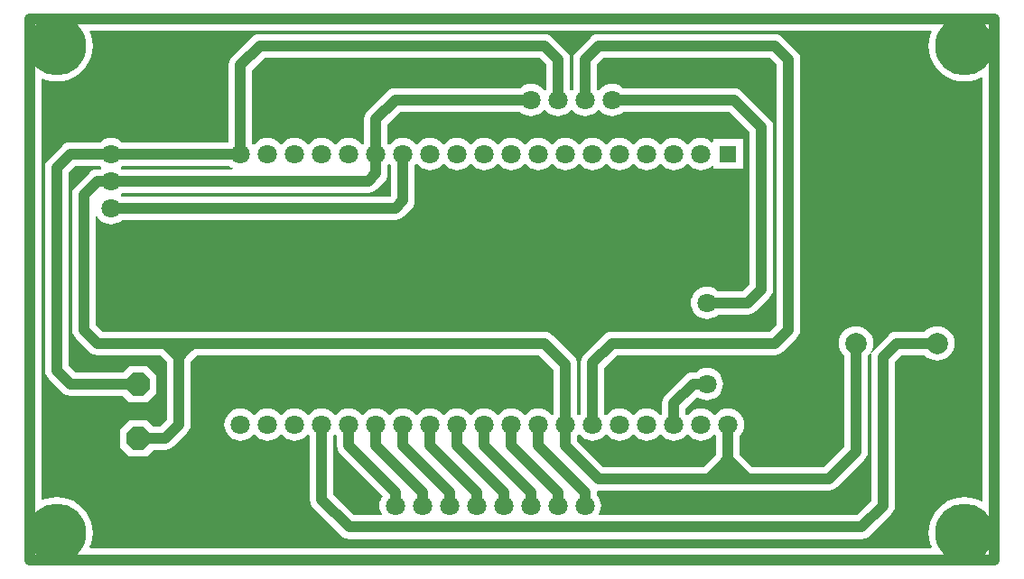
<source format=gbl>
G04 Layer_Physical_Order=2*
G04 Layer_Color=16711680*
%FSLAX42Y42*%
%MOMM*%
G71*
G01*
G75*
%ADD11C,1.80*%
%ADD12P,2.38X8X292.5*%
%ADD13C,5.50*%
%ADD14C,2.00*%
%ADD15C,1.00*%
%ADD16R,1.56X1.56*%
G36*
X13408Y9911D02*
X13396Y9883D01*
X13384Y9832D01*
X13380Y9779D01*
X13384Y9726D01*
X13396Y9675D01*
X13417Y9626D01*
X13444Y9581D01*
X13478Y9541D01*
X13518Y9507D01*
X13563Y9480D01*
X13612Y9459D01*
X13663Y9447D01*
X13716Y9443D01*
X13769Y9447D01*
X13820Y9459D01*
X13869Y9480D01*
X13878Y9485D01*
X13889Y9479D01*
Y5507D01*
X13878Y5501D01*
X13869Y5506D01*
X13820Y5527D01*
X13769Y5539D01*
X13716Y5543D01*
X13663Y5539D01*
X13612Y5527D01*
X13563Y5506D01*
X13518Y5479D01*
X13478Y5445D01*
X13444Y5405D01*
X13417Y5360D01*
X13396Y5311D01*
X13384Y5260D01*
X13380Y5207D01*
X13384Y5154D01*
X13396Y5103D01*
X13408Y5075D01*
X13401Y5064D01*
X5522D01*
X5515Y5075D01*
X5527Y5103D01*
X5539Y5154D01*
X5543Y5207D01*
X5539Y5260D01*
X5527Y5311D01*
X5506Y5360D01*
X5479Y5405D01*
X5445Y5445D01*
X5405Y5479D01*
X5360Y5506D01*
X5311Y5527D01*
X5260Y5539D01*
X5207Y5543D01*
X5154Y5539D01*
X5103Y5527D01*
X5075Y5515D01*
X5064Y5522D01*
Y9464D01*
X5075Y9471D01*
X5103Y9459D01*
X5154Y9447D01*
X5207Y9443D01*
X5260Y9447D01*
X5311Y9459D01*
X5360Y9480D01*
X5405Y9507D01*
X5445Y9541D01*
X5479Y9581D01*
X5506Y9626D01*
X5527Y9675D01*
X5539Y9726D01*
X5543Y9779D01*
X5539Y9832D01*
X5527Y9883D01*
X5515Y9911D01*
X5522Y9922D01*
X13401D01*
X13408Y9911D01*
D02*
G37*
%LPC*%
G36*
X11938Y9890D02*
X10287D01*
X10258Y9886D01*
X10232Y9875D01*
X10209Y9857D01*
X10082Y9730D01*
X10064Y9707D01*
X10053Y9681D01*
X10049Y9652D01*
Y9372D01*
X10041Y9363D01*
X10025D01*
X10017Y9372D01*
Y9652D01*
X10013Y9681D01*
X10002Y9707D01*
X9984Y9730D01*
X9857Y9857D01*
X9834Y9875D01*
X9808Y9886D01*
X9779Y9890D01*
X7112D01*
X7083Y9886D01*
X7057Y9875D01*
X7034Y9857D01*
X6851Y9674D01*
X6833Y9651D01*
X6822Y9625D01*
X6818Y9596D01*
Y8874D01*
X5816D01*
X5799Y8888D01*
X5773Y8902D01*
X5744Y8911D01*
X5715Y8914D01*
X5686Y8911D01*
X5657Y8902D01*
X5631Y8888D01*
X5614Y8874D01*
X5334D01*
X5305Y8870D01*
X5279Y8859D01*
X5256Y8841D01*
X5129Y8714D01*
X5111Y8691D01*
X5100Y8665D01*
X5096Y8636D01*
Y6731D01*
X5100Y6702D01*
X5111Y6676D01*
X5129Y6653D01*
X5256Y6526D01*
X5279Y6508D01*
X5305Y6497D01*
X5334Y6493D01*
X5825D01*
X5884Y6434D01*
X6054D01*
X6139Y6519D01*
Y6689D01*
X6054Y6774D01*
X5884D01*
X5825Y6715D01*
X5380D01*
X5318Y6777D01*
Y8590D01*
X5380Y8652D01*
X5614D01*
X5623Y8644D01*
Y8628D01*
X5614Y8620D01*
X5588D01*
X5559Y8616D01*
X5533Y8605D01*
X5510Y8587D01*
X5383Y8460D01*
X5365Y8437D01*
X5354Y8411D01*
X5350Y8382D01*
Y7112D01*
X5354Y7083D01*
X5365Y7057D01*
X5383Y7034D01*
X5510Y6907D01*
X5533Y6889D01*
X5559Y6878D01*
X5588Y6874D01*
X6177D01*
X6239Y6812D01*
Y6269D01*
X6177Y6207D01*
X6113D01*
X6054Y6266D01*
X5884D01*
X5799Y6181D01*
Y6011D01*
X5884Y5926D01*
X6054D01*
X6113Y5985D01*
X6223D01*
X6252Y5989D01*
X6278Y6000D01*
X6301Y6018D01*
X6428Y6145D01*
X6446Y6168D01*
X6457Y6194D01*
X6461Y6223D01*
Y6812D01*
X6523Y6874D01*
X9733D01*
X9866Y6741D01*
Y6324D01*
X9858Y6315D01*
X9842D01*
X9830Y6330D01*
X9807Y6348D01*
X9781Y6362D01*
X9752Y6371D01*
X9723Y6374D01*
X9694Y6371D01*
X9665Y6362D01*
X9639Y6348D01*
X9616Y6330D01*
X9604Y6315D01*
X9588D01*
X9576Y6330D01*
X9553Y6348D01*
X9527Y6362D01*
X9498Y6371D01*
X9469Y6374D01*
X9440Y6371D01*
X9411Y6362D01*
X9385Y6348D01*
X9362Y6330D01*
X9350Y6315D01*
X9334D01*
X9322Y6330D01*
X9299Y6348D01*
X9273Y6362D01*
X9244Y6371D01*
X9215Y6374D01*
X9186Y6371D01*
X9157Y6362D01*
X9131Y6348D01*
X9108Y6330D01*
X9096Y6315D01*
X9080D01*
X9068Y6330D01*
X9045Y6348D01*
X9019Y6362D01*
X8990Y6371D01*
X8961Y6374D01*
X8932Y6371D01*
X8903Y6362D01*
X8877Y6348D01*
X8854Y6330D01*
X8842Y6315D01*
X8826D01*
X8814Y6330D01*
X8791Y6348D01*
X8765Y6362D01*
X8736Y6371D01*
X8707Y6374D01*
X8678Y6371D01*
X8649Y6362D01*
X8623Y6348D01*
X8600Y6330D01*
X8588Y6315D01*
X8572D01*
X8560Y6330D01*
X8537Y6348D01*
X8511Y6362D01*
X8482Y6371D01*
X8453Y6374D01*
X8424Y6371D01*
X8395Y6362D01*
X8369Y6348D01*
X8346Y6330D01*
X8334Y6315D01*
X8318D01*
X8306Y6330D01*
X8283Y6348D01*
X8257Y6362D01*
X8228Y6371D01*
X8199Y6374D01*
X8170Y6371D01*
X8141Y6362D01*
X8115Y6348D01*
X8092Y6330D01*
X8080Y6315D01*
X8064D01*
X8052Y6330D01*
X8029Y6348D01*
X8003Y6362D01*
X7974Y6371D01*
X7945Y6374D01*
X7916Y6371D01*
X7887Y6362D01*
X7861Y6348D01*
X7838Y6330D01*
X7826Y6315D01*
X7810D01*
X7798Y6330D01*
X7775Y6348D01*
X7749Y6362D01*
X7720Y6371D01*
X7691Y6374D01*
X7662Y6371D01*
X7633Y6362D01*
X7607Y6348D01*
X7584Y6330D01*
X7572Y6315D01*
X7556D01*
X7544Y6330D01*
X7521Y6348D01*
X7495Y6362D01*
X7466Y6371D01*
X7437Y6374D01*
X7408Y6371D01*
X7379Y6362D01*
X7353Y6348D01*
X7330Y6330D01*
X7318Y6315D01*
X7302D01*
X7290Y6330D01*
X7267Y6348D01*
X7241Y6362D01*
X7212Y6371D01*
X7183Y6374D01*
X7154Y6371D01*
X7125Y6362D01*
X7099Y6348D01*
X7076Y6330D01*
X7064Y6315D01*
X7048D01*
X7036Y6330D01*
X7013Y6348D01*
X6987Y6362D01*
X6958Y6371D01*
X6929Y6374D01*
X6900Y6371D01*
X6871Y6362D01*
X6845Y6348D01*
X6822Y6330D01*
X6804Y6307D01*
X6790Y6281D01*
X6781Y6252D01*
X6778Y6223D01*
X6781Y6194D01*
X6790Y6165D01*
X6804Y6139D01*
X6822Y6116D01*
X6845Y6098D01*
X6871Y6084D01*
X6900Y6075D01*
X6929Y6072D01*
X6958Y6075D01*
X6987Y6084D01*
X7013Y6098D01*
X7036Y6116D01*
X7048Y6131D01*
X7064D01*
X7076Y6116D01*
X7099Y6098D01*
X7125Y6084D01*
X7154Y6075D01*
X7183Y6072D01*
X7212Y6075D01*
X7241Y6084D01*
X7267Y6098D01*
X7290Y6116D01*
X7302Y6131D01*
X7318D01*
X7330Y6116D01*
X7353Y6098D01*
X7379Y6084D01*
X7408Y6075D01*
X7437Y6072D01*
X7466Y6075D01*
X7495Y6084D01*
X7521Y6098D01*
X7544Y6116D01*
X7556Y6131D01*
X7572D01*
X7580Y6122D01*
Y5517D01*
X7584Y5488D01*
X7595Y5462D01*
X7613Y5439D01*
X7869Y5183D01*
X7892Y5165D01*
X7918Y5154D01*
X7947Y5150D01*
X12754D01*
X12783Y5154D01*
X12809Y5165D01*
X12832Y5183D01*
X13032Y5383D01*
X13050Y5406D01*
X13061Y5432D01*
X13065Y5461D01*
Y6812D01*
X13127Y6874D01*
X13346D01*
X13348Y6871D01*
X13373Y6851D01*
X13400Y6836D01*
X13431Y6827D01*
X13462Y6824D01*
X13493Y6827D01*
X13524Y6836D01*
X13551Y6851D01*
X13576Y6871D01*
X13596Y6896D01*
X13611Y6923D01*
X13620Y6954D01*
X13623Y6985D01*
X13620Y7016D01*
X13611Y7047D01*
X13596Y7074D01*
X13576Y7099D01*
X13551Y7119D01*
X13524Y7134D01*
X13493Y7143D01*
X13462Y7146D01*
X13431Y7143D01*
X13400Y7134D01*
X13373Y7119D01*
X13348Y7099D01*
X13346Y7096D01*
X13081D01*
X13052Y7092D01*
X13026Y7081D01*
X13003Y7063D01*
X12876Y6936D01*
X12858Y6913D01*
X12847Y6887D01*
X12843Y6858D01*
Y5507D01*
X12708Y5372D01*
X10297D01*
X10289Y5385D01*
X10299Y5403D01*
X10308Y5432D01*
X10311Y5461D01*
X10308Y5490D01*
X10299Y5519D01*
X10285Y5545D01*
X10271Y5562D01*
Y5588D01*
X10270Y5596D01*
X10279Y5605D01*
X10287Y5604D01*
X12446D01*
X12475Y5608D01*
X12501Y5619D01*
X12524Y5637D01*
X12778Y5891D01*
X12796Y5914D01*
X12807Y5940D01*
X12811Y5969D01*
Y6869D01*
X12814Y6871D01*
X12834Y6896D01*
X12849Y6923D01*
X12858Y6954D01*
X12861Y6985D01*
X12858Y7016D01*
X12849Y7047D01*
X12834Y7074D01*
X12814Y7099D01*
X12789Y7119D01*
X12762Y7134D01*
X12731Y7143D01*
X12700Y7146D01*
X12669Y7143D01*
X12638Y7134D01*
X12611Y7119D01*
X12586Y7099D01*
X12566Y7074D01*
X12551Y7047D01*
X12542Y7016D01*
X12539Y6985D01*
X12542Y6954D01*
X12551Y6923D01*
X12566Y6896D01*
X12586Y6871D01*
X12589Y6869D01*
Y6015D01*
X12400Y5826D01*
X11730D01*
X11635Y5920D01*
X11612Y5944D01*
Y6122D01*
X11626Y6139D01*
X11640Y6165D01*
X11649Y6194D01*
X11652Y6223D01*
X11649Y6252D01*
X11640Y6281D01*
X11626Y6307D01*
X11608Y6330D01*
X11585Y6348D01*
X11559Y6362D01*
X11530Y6371D01*
X11501Y6374D01*
X11472Y6371D01*
X11443Y6362D01*
X11417Y6348D01*
X11394Y6330D01*
X11382Y6315D01*
X11366D01*
X11354Y6330D01*
X11331Y6348D01*
X11305Y6362D01*
X11276Y6371D01*
X11247Y6374D01*
X11218Y6371D01*
X11189Y6362D01*
X11163Y6348D01*
X11140Y6330D01*
X11128Y6315D01*
X11112D01*
X11104Y6324D01*
Y6375D01*
X11213Y6484D01*
X11219Y6479D01*
X11245Y6465D01*
X11274Y6456D01*
X11303Y6453D01*
X11332Y6456D01*
X11361Y6465D01*
X11387Y6479D01*
X11410Y6497D01*
X11428Y6520D01*
X11442Y6546D01*
X11451Y6575D01*
X11454Y6604D01*
X11451Y6633D01*
X11442Y6662D01*
X11428Y6688D01*
X11410Y6711D01*
X11387Y6729D01*
X11361Y6743D01*
X11332Y6752D01*
X11303Y6755D01*
X11274Y6752D01*
X11245Y6743D01*
X11219Y6729D01*
X11202Y6715D01*
X11176D01*
X11147Y6711D01*
X11121Y6700D01*
X11098Y6682D01*
X10915Y6499D01*
X10897Y6476D01*
X10886Y6450D01*
X10882Y6421D01*
Y6324D01*
X10874Y6315D01*
X10858D01*
X10846Y6330D01*
X10823Y6348D01*
X10797Y6362D01*
X10768Y6371D01*
X10739Y6374D01*
X10710Y6371D01*
X10681Y6362D01*
X10655Y6348D01*
X10632Y6330D01*
X10620Y6315D01*
X10604D01*
X10592Y6330D01*
X10569Y6348D01*
X10543Y6362D01*
X10514Y6371D01*
X10485Y6374D01*
X10456Y6371D01*
X10427Y6362D01*
X10401Y6348D01*
X10378Y6330D01*
X10366Y6315D01*
X10350D01*
X10342Y6324D01*
Y6756D01*
X10460Y6874D01*
X11938D01*
X11967Y6878D01*
X11993Y6889D01*
X12016Y6907D01*
X12143Y7034D01*
X12161Y7057D01*
X12172Y7083D01*
X12176Y7112D01*
Y9652D01*
X12172Y9681D01*
X12161Y9707D01*
X12143Y9730D01*
X12016Y9857D01*
X11993Y9875D01*
X11967Y9886D01*
X11938Y9890D01*
D02*
G37*
%LPD*%
G36*
X9795Y9606D02*
Y9372D01*
X9787Y9363D01*
X9771D01*
X9759Y9378D01*
X9736Y9396D01*
X9710Y9410D01*
X9681Y9419D01*
X9652Y9422D01*
X9623Y9419D01*
X9594Y9410D01*
X9568Y9396D01*
X9551Y9382D01*
X8382D01*
X8353Y9378D01*
X8327Y9367D01*
X8304Y9349D01*
X8121Y9166D01*
X8103Y9143D01*
X8092Y9117D01*
X8088Y9088D01*
Y8864D01*
X8080Y8855D01*
X8064D01*
X8052Y8870D01*
X8029Y8888D01*
X8003Y8902D01*
X7974Y8911D01*
X7945Y8914D01*
X7916Y8911D01*
X7887Y8902D01*
X7861Y8888D01*
X7838Y8870D01*
X7826Y8855D01*
X7810D01*
X7798Y8870D01*
X7775Y8888D01*
X7749Y8902D01*
X7720Y8911D01*
X7691Y8914D01*
X7662Y8911D01*
X7633Y8902D01*
X7607Y8888D01*
X7584Y8870D01*
X7572Y8855D01*
X7556D01*
X7544Y8870D01*
X7521Y8888D01*
X7495Y8902D01*
X7466Y8911D01*
X7437Y8914D01*
X7408Y8911D01*
X7379Y8902D01*
X7353Y8888D01*
X7330Y8870D01*
X7318Y8855D01*
X7302D01*
X7290Y8870D01*
X7267Y8888D01*
X7241Y8902D01*
X7212Y8911D01*
X7183Y8914D01*
X7154Y8911D01*
X7125Y8902D01*
X7099Y8888D01*
X7076Y8870D01*
X7064Y8855D01*
X7048D01*
X7040Y8864D01*
Y9550D01*
X7158Y9668D01*
X9733D01*
X9795Y9606D01*
D02*
G37*
G36*
X6845Y8638D02*
X6855Y8633D01*
X6851Y8620D01*
X5816D01*
X5807Y8628D01*
Y8644D01*
X5816Y8652D01*
X6828D01*
X6845Y8638D01*
D02*
G37*
G36*
X8342Y8662D02*
Y8372D01*
X8336Y8366D01*
X5816D01*
X5807Y8374D01*
Y8390D01*
X5816Y8398D01*
X8128D01*
X8157Y8402D01*
X8183Y8413D01*
X8206Y8431D01*
X8277Y8502D01*
X8295Y8525D01*
X8306Y8551D01*
X8310Y8580D01*
Y8662D01*
X8318Y8671D01*
X8334D01*
X8342Y8662D01*
D02*
G37*
G36*
X11954Y9606D02*
Y7158D01*
X11892Y7096D01*
X10414D01*
X10385Y7092D01*
X10359Y7081D01*
X10336Y7063D01*
X10153Y6880D01*
X10135Y6857D01*
X10124Y6831D01*
X10120Y6802D01*
Y6324D01*
X10112Y6315D01*
X10096D01*
X10088Y6324D01*
Y6787D01*
X10084Y6816D01*
X10073Y6842D01*
X10055Y6865D01*
X9857Y7063D01*
X9834Y7081D01*
X9808Y7092D01*
X9779Y7096D01*
X5634D01*
X5572Y7158D01*
Y8177D01*
X5585Y8181D01*
X5590Y8171D01*
X5608Y8148D01*
X5631Y8130D01*
X5657Y8116D01*
X5686Y8107D01*
X5715Y8104D01*
X5744Y8107D01*
X5773Y8116D01*
X5799Y8130D01*
X5816Y8144D01*
X8382D01*
X8411Y8148D01*
X8437Y8159D01*
X8460Y8177D01*
X8531Y8248D01*
X8549Y8271D01*
X8560Y8297D01*
X8564Y8326D01*
Y8662D01*
X8572Y8671D01*
X8588D01*
X8600Y8656D01*
X8623Y8638D01*
X8649Y8624D01*
X8678Y8615D01*
X8707Y8612D01*
X8736Y8615D01*
X8765Y8624D01*
X8791Y8638D01*
X8814Y8656D01*
X8826Y8671D01*
X8842D01*
X8854Y8656D01*
X8877Y8638D01*
X8903Y8624D01*
X8932Y8615D01*
X8961Y8612D01*
X8990Y8615D01*
X9019Y8624D01*
X9045Y8638D01*
X9068Y8656D01*
X9080Y8671D01*
X9096D01*
X9108Y8656D01*
X9131Y8638D01*
X9157Y8624D01*
X9186Y8615D01*
X9215Y8612D01*
X9244Y8615D01*
X9273Y8624D01*
X9299Y8638D01*
X9322Y8656D01*
X9334Y8671D01*
X9350D01*
X9362Y8656D01*
X9385Y8638D01*
X9411Y8624D01*
X9440Y8615D01*
X9469Y8612D01*
X9498Y8615D01*
X9527Y8624D01*
X9553Y8638D01*
X9576Y8656D01*
X9588Y8671D01*
X9604D01*
X9616Y8656D01*
X9639Y8638D01*
X9665Y8624D01*
X9694Y8615D01*
X9723Y8612D01*
X9752Y8615D01*
X9781Y8624D01*
X9807Y8638D01*
X9830Y8656D01*
X9842Y8671D01*
X9858D01*
X9870Y8656D01*
X9893Y8638D01*
X9919Y8624D01*
X9948Y8615D01*
X9977Y8612D01*
X10006Y8615D01*
X10035Y8624D01*
X10061Y8638D01*
X10084Y8656D01*
X10096Y8671D01*
X10112D01*
X10124Y8656D01*
X10147Y8638D01*
X10173Y8624D01*
X10202Y8615D01*
X10231Y8612D01*
X10260Y8615D01*
X10289Y8624D01*
X10315Y8638D01*
X10338Y8656D01*
X10350Y8671D01*
X10366D01*
X10378Y8656D01*
X10401Y8638D01*
X10427Y8624D01*
X10456Y8615D01*
X10485Y8612D01*
X10514Y8615D01*
X10543Y8624D01*
X10569Y8638D01*
X10592Y8656D01*
X10604Y8671D01*
X10620D01*
X10632Y8656D01*
X10655Y8638D01*
X10681Y8624D01*
X10710Y8615D01*
X10739Y8612D01*
X10768Y8615D01*
X10797Y8624D01*
X10823Y8638D01*
X10846Y8656D01*
X10858Y8671D01*
X10874D01*
X10886Y8656D01*
X10909Y8638D01*
X10935Y8624D01*
X10964Y8615D01*
X10993Y8612D01*
X11022Y8615D01*
X11051Y8624D01*
X11077Y8638D01*
X11100Y8656D01*
X11112Y8671D01*
X11128D01*
X11140Y8656D01*
X11163Y8638D01*
X11189Y8624D01*
X11218Y8615D01*
X11247Y8612D01*
X11276Y8615D01*
X11305Y8624D01*
X11331Y8638D01*
X11350Y8654D01*
X11363Y8649D01*
Y8625D01*
X11639D01*
Y8901D01*
X11363D01*
Y8877D01*
X11350Y8872D01*
X11331Y8888D01*
X11305Y8902D01*
X11276Y8911D01*
X11247Y8914D01*
X11218Y8911D01*
X11189Y8902D01*
X11163Y8888D01*
X11140Y8870D01*
X11128Y8855D01*
X11112D01*
X11100Y8870D01*
X11077Y8888D01*
X11051Y8902D01*
X11022Y8911D01*
X10993Y8914D01*
X10964Y8911D01*
X10935Y8902D01*
X10909Y8888D01*
X10886Y8870D01*
X10874Y8855D01*
X10858D01*
X10846Y8870D01*
X10823Y8888D01*
X10797Y8902D01*
X10768Y8911D01*
X10739Y8914D01*
X10710Y8911D01*
X10681Y8902D01*
X10655Y8888D01*
X10632Y8870D01*
X10620Y8855D01*
X10604D01*
X10592Y8870D01*
X10569Y8888D01*
X10543Y8902D01*
X10514Y8911D01*
X10485Y8914D01*
X10456Y8911D01*
X10427Y8902D01*
X10401Y8888D01*
X10378Y8870D01*
X10366Y8855D01*
X10350D01*
X10338Y8870D01*
X10315Y8888D01*
X10289Y8902D01*
X10260Y8911D01*
X10231Y8914D01*
X10202Y8911D01*
X10173Y8902D01*
X10147Y8888D01*
X10124Y8870D01*
X10112Y8855D01*
X10096D01*
X10084Y8870D01*
X10061Y8888D01*
X10035Y8902D01*
X10006Y8911D01*
X9977Y8914D01*
X9948Y8911D01*
X9919Y8902D01*
X9893Y8888D01*
X9870Y8870D01*
X9858Y8855D01*
X9842D01*
X9830Y8870D01*
X9807Y8888D01*
X9781Y8902D01*
X9752Y8911D01*
X9723Y8914D01*
X9694Y8911D01*
X9665Y8902D01*
X9639Y8888D01*
X9616Y8870D01*
X9604Y8855D01*
X9588D01*
X9576Y8870D01*
X9553Y8888D01*
X9527Y8902D01*
X9498Y8911D01*
X9469Y8914D01*
X9440Y8911D01*
X9411Y8902D01*
X9385Y8888D01*
X9362Y8870D01*
X9350Y8855D01*
X9334D01*
X9322Y8870D01*
X9299Y8888D01*
X9273Y8902D01*
X9244Y8911D01*
X9215Y8914D01*
X9186Y8911D01*
X9157Y8902D01*
X9131Y8888D01*
X9108Y8870D01*
X9096Y8855D01*
X9080D01*
X9068Y8870D01*
X9045Y8888D01*
X9019Y8902D01*
X8990Y8911D01*
X8961Y8914D01*
X8932Y8911D01*
X8903Y8902D01*
X8877Y8888D01*
X8854Y8870D01*
X8842Y8855D01*
X8826D01*
X8814Y8870D01*
X8791Y8888D01*
X8765Y8902D01*
X8736Y8911D01*
X8707Y8914D01*
X8678Y8911D01*
X8649Y8902D01*
X8623Y8888D01*
X8600Y8870D01*
X8588Y8855D01*
X8572D01*
X8560Y8870D01*
X8537Y8888D01*
X8511Y8902D01*
X8482Y8911D01*
X8453Y8914D01*
X8424Y8911D01*
X8395Y8902D01*
X8369Y8888D01*
X8346Y8870D01*
X8334Y8855D01*
X8318D01*
X8310Y8864D01*
Y9042D01*
X8428Y9160D01*
X9551D01*
X9568Y9146D01*
X9594Y9132D01*
X9623Y9123D01*
X9652Y9120D01*
X9681Y9123D01*
X9710Y9132D01*
X9736Y9146D01*
X9759Y9164D01*
X9771Y9179D01*
X9787D01*
X9799Y9164D01*
X9822Y9146D01*
X9848Y9132D01*
X9877Y9123D01*
X9906Y9120D01*
X9935Y9123D01*
X9964Y9132D01*
X9990Y9146D01*
X10013Y9164D01*
X10025Y9179D01*
X10041D01*
X10053Y9164D01*
X10076Y9146D01*
X10102Y9132D01*
X10131Y9123D01*
X10160Y9120D01*
X10189Y9123D01*
X10218Y9132D01*
X10244Y9146D01*
X10267Y9164D01*
X10279Y9179D01*
X10295D01*
X10307Y9164D01*
X10330Y9146D01*
X10356Y9132D01*
X10385Y9123D01*
X10414Y9120D01*
X10443Y9123D01*
X10472Y9132D01*
X10498Y9146D01*
X10515Y9160D01*
X11511D01*
X11700Y8971D01*
Y7539D01*
X11638Y7477D01*
X11404D01*
X11387Y7491D01*
X11361Y7505D01*
X11332Y7514D01*
X11303Y7517D01*
X11274Y7514D01*
X11245Y7505D01*
X11219Y7491D01*
X11196Y7473D01*
X11178Y7450D01*
X11164Y7424D01*
X11155Y7395D01*
X11152Y7366D01*
X11155Y7337D01*
X11164Y7308D01*
X11178Y7282D01*
X11196Y7259D01*
X11219Y7241D01*
X11245Y7227D01*
X11274Y7218D01*
X11303Y7215D01*
X11332Y7218D01*
X11361Y7227D01*
X11387Y7241D01*
X11404Y7255D01*
X11684D01*
X11713Y7259D01*
X11739Y7270D01*
X11762Y7288D01*
X11889Y7415D01*
X11907Y7438D01*
X11918Y7464D01*
X11922Y7493D01*
Y9017D01*
X11918Y9046D01*
X11907Y9072D01*
X11889Y9095D01*
X11635Y9349D01*
X11612Y9367D01*
X11586Y9378D01*
X11557Y9382D01*
X10515D01*
X10498Y9396D01*
X10472Y9410D01*
X10443Y9419D01*
X10414Y9422D01*
X10385Y9419D01*
X10356Y9410D01*
X10330Y9396D01*
X10307Y9378D01*
X10295Y9363D01*
X10279D01*
X10271Y9372D01*
Y9606D01*
X10333Y9668D01*
X11892D01*
X11954Y9606D01*
D02*
G37*
G36*
X11140Y6116D02*
X11163Y6098D01*
X11189Y6084D01*
X11218Y6075D01*
X11247Y6072D01*
X11276Y6075D01*
X11305Y6084D01*
X11331Y6098D01*
X11354Y6116D01*
X11366Y6131D01*
X11382D01*
X11390Y6122D01*
Y5944D01*
X11359Y5913D01*
X11272Y5826D01*
X10333D01*
X10088Y6071D01*
Y6122D01*
X10096Y6131D01*
X10112D01*
X10124Y6116D01*
X10147Y6098D01*
X10173Y6084D01*
X10202Y6075D01*
X10231Y6072D01*
X10260Y6075D01*
X10289Y6084D01*
X10315Y6098D01*
X10338Y6116D01*
X10350Y6131D01*
X10366D01*
X10378Y6116D01*
X10401Y6098D01*
X10427Y6084D01*
X10456Y6075D01*
X10485Y6072D01*
X10514Y6075D01*
X10543Y6084D01*
X10569Y6098D01*
X10592Y6116D01*
X10604Y6131D01*
X10620D01*
X10632Y6116D01*
X10655Y6098D01*
X10681Y6084D01*
X10710Y6075D01*
X10739Y6072D01*
X10768Y6075D01*
X10797Y6084D01*
X10823Y6098D01*
X10846Y6116D01*
X10858Y6131D01*
X10874D01*
X10886Y6116D01*
X10909Y6098D01*
X10935Y6084D01*
X10964Y6075D01*
X10993Y6072D01*
X11022Y6075D01*
X11051Y6084D01*
X11077Y6098D01*
X11100Y6116D01*
X11112Y6131D01*
X11128D01*
X11140Y6116D01*
D02*
G37*
G36*
X7834Y6122D02*
Y6025D01*
X7838Y5996D01*
X7849Y5970D01*
X7867Y5947D01*
X8262Y5551D01*
X8257Y5545D01*
X8243Y5519D01*
X8234Y5490D01*
X8231Y5461D01*
X8234Y5432D01*
X8243Y5403D01*
X8253Y5385D01*
X8245Y5372D01*
X7993D01*
X7802Y5563D01*
Y6122D01*
X7810Y6131D01*
X7826D01*
X7834Y6122D01*
D02*
G37*
D11*
X11247Y8763D02*
D03*
X6929D02*
D03*
X10993D02*
D03*
X10739D02*
D03*
X10485D02*
D03*
X10231D02*
D03*
X9977D02*
D03*
X9723D02*
D03*
X9469D02*
D03*
X9215D02*
D03*
X8961D02*
D03*
X8707D02*
D03*
X8453D02*
D03*
X8199D02*
D03*
X7945D02*
D03*
X7691D02*
D03*
X7437D02*
D03*
X7183D02*
D03*
X11501Y6223D02*
D03*
X11247D02*
D03*
X10993D02*
D03*
X10739D02*
D03*
X10485D02*
D03*
X10231D02*
D03*
X9977D02*
D03*
X9723D02*
D03*
X9469D02*
D03*
X9215D02*
D03*
X8961D02*
D03*
X8707D02*
D03*
X8453D02*
D03*
X8199D02*
D03*
X7945D02*
D03*
X7691D02*
D03*
X7437D02*
D03*
X7183D02*
D03*
X6929D02*
D03*
X9652Y9271D02*
D03*
X9906D02*
D03*
X10160D02*
D03*
X10414D02*
D03*
X11303Y7366D02*
D03*
Y6604D02*
D03*
X5715Y8763D02*
D03*
Y8509D02*
D03*
Y8255D02*
D03*
X8382Y5461D02*
D03*
X8636D02*
D03*
X8890D02*
D03*
X9144D02*
D03*
X9398D02*
D03*
X9652D02*
D03*
X9906D02*
D03*
X10160D02*
D03*
D12*
X5969Y6096D02*
D03*
Y6604D02*
D03*
D13*
X5207Y9779D02*
D03*
X13716D02*
D03*
Y5207D02*
D03*
X5207D02*
D03*
D14*
X13462Y6985D02*
D03*
X12700D02*
D03*
D15*
X11493Y5778D02*
X11557Y5842D01*
X11437Y5835D02*
X11493Y5778D01*
X11501Y5898D02*
Y6223D01*
X11437Y5835D02*
X11501Y5898D01*
X11811Y7493D02*
Y9017D01*
X11684Y7366D02*
X11811Y7493D01*
X11303Y7366D02*
X11684D01*
X8382Y9271D02*
X9652D01*
X8199Y9088D02*
X8382Y9271D01*
X8199Y8763D02*
Y9088D01*
X11557Y9271D02*
X11811Y9017D01*
X10414Y9271D02*
X11557D01*
X13081Y6985D02*
X13462D01*
X12954Y6858D02*
X13081Y6985D01*
X12954Y5461D02*
Y6858D01*
X12754Y5261D02*
X12954Y5461D01*
X7947Y5261D02*
X12754D01*
X4953Y10033D02*
X14000D01*
Y4953D02*
Y10033D01*
X4953Y4953D02*
X14000D01*
X12700Y5969D02*
Y6985D01*
X12446Y5715D02*
X12700Y5969D01*
X12065Y7112D02*
Y9652D01*
X11938Y9779D02*
X12065Y9652D01*
X10287Y9779D02*
X11938D01*
Y6985D02*
X12065Y7112D01*
X10414Y6985D02*
X11938D01*
X9779D02*
X9977Y6787D01*
Y6223D02*
Y6787D01*
X6477Y6985D02*
X9779D01*
X6287Y6921D02*
X6350Y6858D01*
X6223Y6985D02*
X6287Y6921D01*
X6223Y6985D02*
X6350D01*
Y6921D02*
X6414D01*
X6287D02*
X6350D01*
Y6985D02*
X6414Y6921D01*
X6477Y6985D01*
X6350Y6858D02*
X6414Y6921D01*
X6350D02*
Y6985D01*
Y6858D02*
Y6921D01*
Y6985D02*
X6477D01*
X10231Y6802D02*
X10414Y6985D01*
X10231Y6223D02*
Y6802D01*
X10160Y9652D02*
X10287Y9779D01*
X10160Y9271D02*
Y9652D01*
X6929Y8763D02*
Y9596D01*
X7112Y9779D01*
X9779D01*
X9906Y9652D01*
Y9271D02*
Y9652D01*
X5334Y6604D02*
X5969D01*
X5334Y8763D02*
X5715D01*
X5207Y8636D02*
X5334Y8763D01*
X5207Y6731D02*
Y8636D01*
Y6731D02*
X5334Y6604D01*
X5969Y6096D02*
X6223D01*
X6350Y6223D01*
Y6858D01*
X5588Y6985D02*
X6223D01*
X5461Y7112D02*
X5588Y6985D01*
X5461Y7112D02*
Y8382D01*
X5588Y8509D01*
X5715D01*
Y8255D02*
X8382D01*
X8453Y8326D01*
Y8763D01*
X8199Y8580D02*
Y8763D01*
X8128Y8509D02*
X8199Y8580D01*
X5715Y8509D02*
X8128D01*
X5715Y8763D02*
X6929D01*
X7691Y5517D02*
X7947Y5261D01*
X7691Y5517D02*
Y6223D01*
X10993D02*
Y6421D01*
X11176Y6604D01*
X11303D01*
X11493Y5778D02*
X11557Y5715D01*
X11430D02*
X11493Y5778D01*
X11318Y5715D02*
X11437Y5835D01*
X11501Y5898D02*
X11557Y5842D01*
X11430Y5715D02*
X11557D01*
X11684D01*
X11557Y5842D02*
X11684Y5715D01*
X10287D02*
X11430D01*
X11684D02*
X12446D01*
X9977Y6025D02*
Y6223D01*
Y6025D02*
X10287Y5715D01*
X7945Y6025D02*
Y6223D01*
Y6025D02*
X8382Y5588D01*
Y5461D02*
Y5588D01*
X9723Y6025D02*
Y6223D01*
Y6025D02*
X10160Y5588D01*
Y5461D02*
Y5588D01*
X9469Y6025D02*
Y6223D01*
Y6025D02*
X9906Y5588D01*
Y5461D02*
Y5588D01*
X9215Y6025D02*
Y6223D01*
Y6025D02*
X9652Y5588D01*
Y5461D02*
Y5588D01*
X8961Y6025D02*
Y6223D01*
Y6025D02*
X9398Y5588D01*
Y5461D02*
Y5588D01*
X9144Y5461D02*
Y5588D01*
X8707Y6025D02*
X9144Y5588D01*
X8707Y6025D02*
Y6223D01*
X8890Y5461D02*
Y5588D01*
X8453Y6025D02*
X8890Y5588D01*
X8453Y6025D02*
Y6223D01*
X8199Y6025D02*
Y6223D01*
Y6025D02*
X8636Y5588D01*
Y5461D02*
Y5588D01*
X4953Y4953D02*
Y10033D01*
D16*
X11501Y8763D02*
D03*
M02*

</source>
